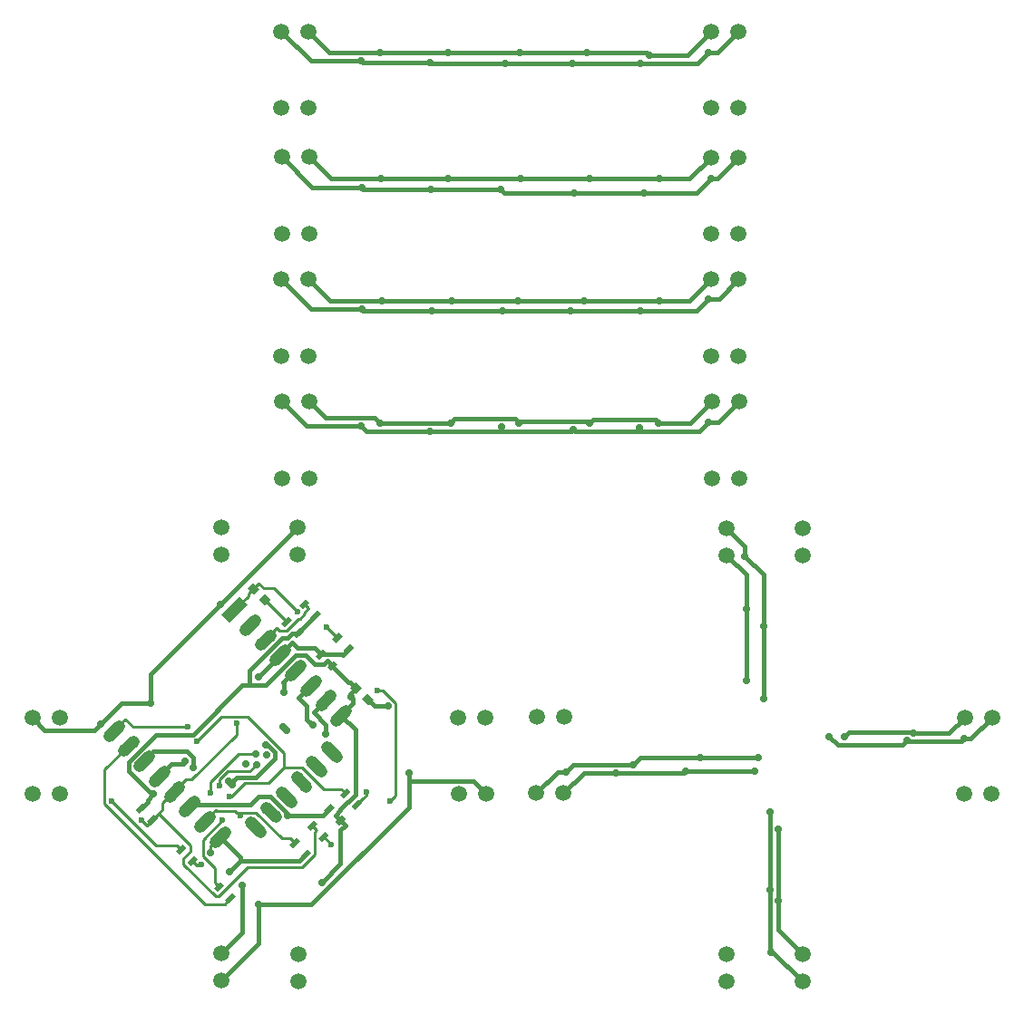
<source format=gbr>
G04 #@! TF.FileFunction,Copper,L2,Bot,Signal*
%FSLAX46Y46*%
G04 Gerber Fmt 4.6, Leading zero omitted, Abs format (unit mm)*
G04 Created by KiCad (PCBNEW 4.1.0-alpha+201605262346+6832~44~ubuntu16.04.1-product) date Sun Jun 12 18:08:28 2016*
%MOMM*%
%LPD*%
G01*
G04 APERTURE LIST*
%ADD10C,0.100000*%
%ADD11C,1.500000*%
%ADD12C,0.700000*%
%ADD13C,0.700000*%
%ADD14C,1.100000*%
%ADD15C,0.600000*%
%ADD16C,0.250000*%
%ADD17C,0.400000*%
G04 APERTURE END LIST*
D10*
D11*
X102100000Y-126820000D03*
X102100000Y-124280000D03*
X109250000Y-126820000D03*
X109250000Y-124280000D03*
X109300000Y-164110000D03*
X109300000Y-166650000D03*
X102100000Y-164080000D03*
X102100000Y-166620000D03*
X87020000Y-149150000D03*
X84480000Y-149150000D03*
X87020000Y-142050000D03*
X84480000Y-142050000D03*
D12*
X107864186Y-142895559D02*
X108217740Y-143249113D01*
X102808373Y-147951373D02*
X103161927Y-148304927D01*
D13*
X104399717Y-146399627D03*
X105342644Y-145456700D03*
X106240669Y-144558675D03*
X105389313Y-146431093D03*
X106326229Y-145529532D03*
D11*
X110320000Y-119700000D03*
X107780000Y-119700000D03*
X110270000Y-108300000D03*
X107730000Y-108300000D03*
X110270000Y-101100000D03*
X107730000Y-101100000D03*
X110320000Y-112500000D03*
X107780000Y-112500000D03*
X110290000Y-96850000D03*
X107750000Y-96850000D03*
X110270000Y-85100000D03*
X107730000Y-85100000D03*
X110270000Y-77950000D03*
X107730000Y-77950000D03*
X110320000Y-89650000D03*
X107780000Y-89650000D03*
X150370000Y-85050000D03*
X147830000Y-85050000D03*
X150370000Y-77950000D03*
X147830000Y-77950000D03*
X150370000Y-96850000D03*
X147830000Y-96850000D03*
X150370000Y-89700000D03*
X147830000Y-89700000D03*
X150370000Y-101100000D03*
X147830000Y-101100000D03*
X150370000Y-108300000D03*
X147830000Y-108300000D03*
X150420000Y-119700000D03*
X147880000Y-119700000D03*
X150420000Y-112500000D03*
X147880000Y-112500000D03*
X124280000Y-149150000D03*
X126820000Y-149150000D03*
X149300000Y-166670000D03*
X149300000Y-164130000D03*
X156400000Y-166720000D03*
X156400000Y-164180000D03*
X124230000Y-142000000D03*
X126770000Y-142000000D03*
X131530000Y-149100000D03*
X134070000Y-149100000D03*
X131550000Y-141950000D03*
X134090000Y-141950000D03*
X174020000Y-149150000D03*
X171480000Y-149150000D03*
X174070000Y-142000000D03*
X171530000Y-142000000D03*
D10*
G36*
X114171662Y-139251992D02*
X114701992Y-138721662D01*
X115267678Y-139287348D01*
X114737348Y-139817678D01*
X114171662Y-139251992D01*
X114171662Y-139251992D01*
G37*
G36*
X115232322Y-140312652D02*
X115762652Y-139782322D01*
X116328338Y-140348008D01*
X115798008Y-140878338D01*
X115232322Y-140312652D01*
X115232322Y-140312652D01*
G37*
G36*
X104571662Y-129951992D02*
X105101992Y-129421662D01*
X105667678Y-129987348D01*
X105137348Y-130517678D01*
X104571662Y-129951992D01*
X104571662Y-129951992D01*
G37*
G36*
X105632322Y-131012652D02*
X106162652Y-130482322D01*
X106728338Y-131048008D01*
X106198008Y-131578338D01*
X105632322Y-131012652D01*
X105632322Y-131012652D01*
G37*
G36*
X99925305Y-155288909D02*
X99288909Y-155925305D01*
X98935355Y-155571751D01*
X99571751Y-154935355D01*
X99925305Y-155288909D01*
X99925305Y-155288909D01*
G37*
G36*
X98864645Y-154228249D02*
X98228249Y-154864645D01*
X97874695Y-154511091D01*
X98511091Y-153874695D01*
X98864645Y-154228249D01*
X98864645Y-154228249D01*
G37*
G36*
X107724695Y-133211091D02*
X108361091Y-132574695D01*
X108714645Y-132928249D01*
X108078249Y-133564645D01*
X107724695Y-133211091D01*
X107724695Y-133211091D01*
G37*
G36*
X108785355Y-134271751D02*
X109421751Y-133635355D01*
X109775305Y-133988909D01*
X109138909Y-134625305D01*
X108785355Y-134271751D01*
X108785355Y-134271751D01*
G37*
G36*
X109374695Y-131561091D02*
X110011091Y-130924695D01*
X110364645Y-131278249D01*
X109728249Y-131914645D01*
X109374695Y-131561091D01*
X109374695Y-131561091D01*
G37*
G36*
X110435355Y-132621751D02*
X111071751Y-131985355D01*
X111425305Y-132338909D01*
X110788909Y-132975305D01*
X110435355Y-132621751D01*
X110435355Y-132621751D01*
G37*
D14*
X112846302Y-145646800D02*
X111927064Y-144727562D01*
X111432088Y-147061014D02*
X110512850Y-146141776D01*
X110017874Y-148475227D02*
X109098636Y-147555989D01*
X108603661Y-149889441D02*
X107684423Y-148970203D01*
X107189447Y-151303654D02*
X106270209Y-150384416D01*
X105775234Y-152717868D02*
X104855996Y-151798630D01*
D10*
G36*
X103823619Y-130698563D02*
X104601437Y-131476381D01*
X102904381Y-133173437D01*
X102126563Y-132395619D01*
X103823619Y-130698563D01*
X103823619Y-130698563D01*
G37*
D14*
X105237833Y-132890595D02*
X104318595Y-133809833D01*
X106652046Y-134304808D02*
X105732808Y-135224046D01*
X108066260Y-135719022D02*
X107147022Y-136638260D01*
X109480473Y-137133235D02*
X108561235Y-138052473D01*
X110894687Y-138547449D02*
X109975449Y-139466687D01*
X112308900Y-139961662D02*
X111389662Y-140880900D01*
X113723114Y-141375876D02*
X112803876Y-142295114D01*
X102409405Y-152689584D02*
X101490167Y-153608822D01*
X100995192Y-151275371D02*
X100075954Y-152194609D01*
X99580978Y-149861157D02*
X98661740Y-150780395D01*
X98166765Y-148446944D02*
X97247527Y-149366182D01*
X96752551Y-147032730D02*
X95833313Y-147951968D01*
X95338338Y-145618517D02*
X94419100Y-146537755D01*
X93924124Y-144204303D02*
X93004886Y-145123541D01*
X92509911Y-142790089D02*
X91590673Y-143709327D01*
D10*
G36*
X112975305Y-137038909D02*
X112338909Y-137675305D01*
X111985355Y-137321751D01*
X112621751Y-136685355D01*
X112975305Y-137038909D01*
X112975305Y-137038909D01*
G37*
G36*
X111914645Y-135978249D02*
X111278249Y-136614645D01*
X110924695Y-136261091D01*
X111561091Y-135624695D01*
X111914645Y-135978249D01*
X111914645Y-135978249D01*
G37*
G36*
X96175305Y-151438909D02*
X95538909Y-152075305D01*
X95185355Y-151721751D01*
X95821751Y-151085355D01*
X96175305Y-151438909D01*
X96175305Y-151438909D01*
G37*
G36*
X95114645Y-150378249D02*
X94478249Y-151014645D01*
X94124695Y-150661091D01*
X94761091Y-150024695D01*
X95114645Y-150378249D01*
X95114645Y-150378249D01*
G37*
G36*
X113204695Y-149241091D02*
X113841091Y-148604695D01*
X114194645Y-148958249D01*
X113558249Y-149594645D01*
X113204695Y-149241091D01*
X113204695Y-149241091D01*
G37*
G36*
X114265355Y-150301751D02*
X114901751Y-149665355D01*
X115255305Y-150018909D01*
X114618909Y-150655305D01*
X114265355Y-150301751D01*
X114265355Y-150301751D01*
G37*
G36*
X108474695Y-153861091D02*
X109111091Y-153224695D01*
X109464645Y-153578249D01*
X108828249Y-154214645D01*
X108474695Y-153861091D01*
X108474695Y-153861091D01*
G37*
G36*
X109535355Y-154921751D02*
X110171751Y-154285355D01*
X110525305Y-154638909D01*
X109888909Y-155275305D01*
X109535355Y-154921751D01*
X109535355Y-154921751D01*
G37*
G36*
X111674695Y-150711091D02*
X112311091Y-150074695D01*
X112664645Y-150428249D01*
X112028249Y-151064645D01*
X111674695Y-150711091D01*
X111674695Y-150711091D01*
G37*
G36*
X112735355Y-151771751D02*
X113371751Y-151135355D01*
X113725305Y-151488909D01*
X113088909Y-152125305D01*
X112735355Y-151771751D01*
X112735355Y-151771751D01*
G37*
G36*
X112474695Y-134711091D02*
X113111091Y-134074695D01*
X113464645Y-134428249D01*
X112828249Y-135064645D01*
X112474695Y-134711091D01*
X112474695Y-134711091D01*
G37*
G36*
X113535355Y-135771751D02*
X114171751Y-135135355D01*
X114525305Y-135488909D01*
X113888909Y-136125305D01*
X113535355Y-135771751D01*
X113535355Y-135771751D01*
G37*
D11*
X156400000Y-124330000D03*
X156400000Y-126870000D03*
X149300000Y-124330000D03*
X149300000Y-126870000D03*
D10*
G36*
X110124695Y-152261091D02*
X110761091Y-151624695D01*
X111114645Y-151978249D01*
X110478249Y-152614645D01*
X110124695Y-152261091D01*
X110124695Y-152261091D01*
G37*
G36*
X111185355Y-153321751D02*
X111821751Y-152685355D01*
X112175305Y-153038909D01*
X111538909Y-153675305D01*
X111185355Y-153321751D01*
X111185355Y-153321751D01*
G37*
G36*
X101404695Y-157991091D02*
X102041091Y-157354695D01*
X102394645Y-157708249D01*
X101758249Y-158344645D01*
X101404695Y-157991091D01*
X101404695Y-157991091D01*
G37*
G36*
X102465355Y-159051751D02*
X103101751Y-158415355D01*
X103455305Y-158768909D01*
X102818909Y-159405305D01*
X102465355Y-159051751D01*
X102465355Y-159051751D01*
G37*
D13*
X101100000Y-154650000D03*
X117650000Y-140980000D03*
X102845000Y-156400000D03*
X104093800Y-157706700D03*
D15*
X109209800Y-132155100D03*
X111941600Y-133541600D03*
X117877100Y-149822600D03*
X116676700Y-139492500D03*
D13*
X105573800Y-159499600D03*
X90859600Y-142621600D03*
X95537200Y-140690000D03*
X102029700Y-131500300D03*
X119642500Y-147200000D03*
X114245000Y-140106900D03*
X111511200Y-157431000D03*
X95774100Y-149193400D03*
X105584900Y-138200300D03*
D15*
X94621100Y-151617500D03*
X103547400Y-142555700D03*
D13*
X108321500Y-151161500D03*
D15*
X103924500Y-151204600D03*
X101980600Y-148425600D03*
X101098300Y-149056900D03*
X99007000Y-142911500D03*
D13*
X107951800Y-139652500D03*
X110637200Y-142745100D03*
X111849300Y-143577800D03*
X98766400Y-146113500D03*
X99516700Y-146661800D03*
X129994800Y-79900000D03*
X142084700Y-80163800D03*
X116930200Y-79900000D03*
X123255700Y-79900000D03*
X136235100Y-79900000D03*
X121612800Y-80846700D03*
X134846300Y-80872700D03*
X141235300Y-80914100D03*
X128596300Y-80872700D03*
X147605000Y-79900000D03*
X115179400Y-80687700D03*
X117039700Y-91700000D03*
X123287100Y-91700000D03*
X136497100Y-91700000D03*
X130021000Y-91700000D03*
X142993000Y-91700000D03*
X121659300Y-92643200D03*
X128160200Y-92644100D03*
X141606900Y-93050000D03*
X135086500Y-93050000D03*
X147858500Y-91628900D03*
X115204400Y-92487700D03*
X143005500Y-103100000D03*
X123588400Y-103100000D03*
X117054600Y-103100000D03*
X129830000Y-103100000D03*
X135956700Y-103100000D03*
X121727300Y-103994100D03*
X147600700Y-102908400D03*
X134691500Y-104009000D03*
X128342600Y-104009000D03*
X141205400Y-104009000D03*
X115229400Y-103887700D03*
X142958700Y-114500000D03*
X136486600Y-114500000D03*
X123496400Y-114500000D03*
X129916200Y-114500000D03*
X116925500Y-114500000D03*
X128245800Y-114879500D03*
X134934900Y-115093500D03*
X147556800Y-114453000D03*
X115179400Y-114796300D03*
X121625600Y-115301600D03*
X141116000Y-114977800D03*
X145487200Y-147039100D03*
X151901900Y-147039100D03*
X138942400Y-147200000D03*
X134290700Y-147085100D03*
X146816100Y-145752000D03*
X152195700Y-145760800D03*
X140527800Y-146421800D03*
X151102000Y-131863200D03*
X151102000Y-138571800D03*
X150996100Y-126998400D03*
X152702000Y-133524500D03*
X152702000Y-140284400D03*
X166726200Y-143498200D03*
X160243300Y-143848000D03*
X166119200Y-144181600D03*
X171428400Y-144026700D03*
X158846700Y-143802000D03*
X154087100Y-159179400D03*
X154132500Y-152494500D03*
X153295600Y-158095000D03*
X153402300Y-164000300D03*
X153295600Y-150874400D03*
D15*
X102877500Y-149428700D03*
X99816000Y-144238400D03*
X91873300Y-149857100D03*
X100219700Y-155728200D03*
X115615900Y-149000200D03*
X112344100Y-153879500D03*
X102213900Y-151616200D03*
D16*
X101100000Y-153999000D02*
X101949800Y-153149200D01*
X101100000Y-154650000D02*
X101100000Y-153999000D01*
X101949800Y-153149200D02*
X101949900Y-153149100D01*
X101949900Y-153149100D02*
X101950000Y-153149000D01*
D17*
X110030300Y-154780300D02*
X109429100Y-155381500D01*
X116430000Y-140980000D02*
X115780300Y-140330300D01*
X117650000Y-140980000D02*
X116430000Y-140980000D01*
X103863500Y-155062700D02*
X103863500Y-155381500D01*
X101949900Y-153149100D02*
X103863500Y-155062700D01*
X109429000Y-155381500D02*
X103863500Y-155381500D01*
X109429100Y-155381500D02*
X109429000Y-155381500D01*
X103863500Y-155381500D02*
X102845000Y-156400000D01*
X104093800Y-162086200D02*
X104093800Y-157706700D01*
X102100000Y-164080000D02*
X104093800Y-162086200D01*
X103512800Y-147600400D02*
X102985100Y-148128100D01*
X105323100Y-147600400D02*
X103512800Y-147600400D01*
X107108500Y-145815000D02*
X105323100Y-147600400D01*
X107108500Y-145232100D02*
X107108500Y-145815000D01*
X106435100Y-144558700D02*
X107108500Y-145232100D01*
X106240700Y-144558700D02*
X106435100Y-144558700D01*
D16*
X105035700Y-130053700D02*
X104624500Y-130464900D01*
X104442500Y-130857400D02*
X104442500Y-130857500D01*
X104624500Y-130675400D02*
X104442500Y-130857400D01*
X104624500Y-130465000D02*
X104624500Y-130675400D01*
X104624500Y-130464900D02*
X104624500Y-130465000D01*
X105035700Y-130053700D02*
X105119700Y-129969700D01*
X103903300Y-131396700D02*
X104442500Y-130857500D01*
X103903300Y-131396700D02*
X103364000Y-131936000D01*
X106110200Y-129969700D02*
X105615000Y-129474400D01*
X107024400Y-129969700D02*
X106110200Y-129969700D01*
X109209800Y-132155100D02*
X107024400Y-129969700D01*
X105119700Y-129969700D02*
X105615000Y-129474400D01*
X112969700Y-134569700D02*
X111941600Y-133541600D01*
X117175300Y-139492500D02*
X116676700Y-139492500D01*
X118368600Y-140685800D02*
X117175300Y-139492500D01*
X118368600Y-149331100D02*
X118368600Y-140685800D01*
X117877100Y-149822600D02*
X118368600Y-149331100D01*
D17*
X105573800Y-163146200D02*
X102100000Y-166620000D01*
X105573800Y-159499600D02*
X105573800Y-163146200D01*
X90277500Y-143203700D02*
X90859600Y-142621600D01*
X85633700Y-143203700D02*
X90277500Y-143203700D01*
X84480000Y-142050000D02*
X85633700Y-143203700D01*
X92791200Y-140690000D02*
X95537200Y-140690000D01*
X90859600Y-142621600D02*
X92791200Y-140690000D01*
X95537200Y-137992800D02*
X102029700Y-131500300D01*
X95537200Y-140690000D02*
X95537200Y-137992800D01*
X109250000Y-124280000D02*
X102029700Y-131500300D01*
X119642500Y-150386000D02*
X119642500Y-147966900D01*
X110528900Y-159499600D02*
X119642500Y-150386000D01*
X105573800Y-159499600D02*
X110528900Y-159499600D01*
X125636900Y-147966900D02*
X126820000Y-149150000D01*
X119642500Y-147966900D02*
X125636900Y-147966900D01*
X119642500Y-147966900D02*
X119642500Y-147200000D01*
X113263500Y-141835500D02*
X114395200Y-140703800D01*
X109881600Y-133529000D02*
X110930300Y-132480300D01*
X113000400Y-151400400D02*
X112770600Y-151170500D01*
X109280300Y-134130300D02*
X109881600Y-133529000D01*
X113230300Y-150710800D02*
X112770600Y-151170500D01*
X113230300Y-150629700D02*
X113230300Y-150710800D01*
X114608300Y-149251700D02*
X113230300Y-150629700D01*
X114608300Y-143180300D02*
X114608300Y-149251700D01*
X113263500Y-141835500D02*
X114608300Y-143180300D01*
X114719700Y-139269700D02*
X114153800Y-138703800D01*
X114003800Y-138703800D02*
X114153800Y-138703800D01*
X112480300Y-137180300D02*
X114003800Y-138703800D01*
X114719700Y-139269700D02*
X114171400Y-139818000D01*
X114245000Y-140108600D02*
X114245000Y-140106900D01*
X114385400Y-140249000D02*
X114245000Y-140108600D01*
X114385400Y-140694100D02*
X114385400Y-140249000D01*
X114395200Y-140703800D02*
X114385400Y-140694100D01*
X114245000Y-139891700D02*
X114171400Y-139818000D01*
X114245000Y-140106900D02*
X114245000Y-139891700D01*
X113000400Y-151400400D02*
X113230300Y-151630300D01*
X113230300Y-155711900D02*
X111511200Y-157431000D01*
X113230300Y-152550000D02*
X113230300Y-155711900D01*
X113690200Y-152090100D02*
X113230300Y-152550000D01*
X113230300Y-151630300D02*
X113690200Y-152090100D01*
X112480300Y-137180300D02*
X112020600Y-136720500D01*
X94619700Y-150519700D02*
X95221000Y-149918400D01*
X104753400Y-137617600D02*
X104753400Y-138978800D01*
X107797200Y-134573800D02*
X104753400Y-137617600D01*
X108277200Y-134573800D02*
X107797200Y-134573800D01*
X108720700Y-134130300D02*
X108277200Y-134573800D01*
X109280300Y-134130300D02*
X108720700Y-134130300D01*
X111694000Y-137047100D02*
X112020600Y-136720500D01*
X110854600Y-137047100D02*
X111694000Y-137047100D01*
X109973700Y-136166200D02*
X110854600Y-137047100D01*
X109033200Y-136166200D02*
X109973700Y-136166200D01*
X106220600Y-138978800D02*
X109033200Y-136166200D01*
X104753400Y-138978800D02*
X106220600Y-138978800D01*
X95774100Y-149193400D02*
X95708200Y-149259300D01*
X95220900Y-149918400D02*
X95221000Y-149918400D01*
X95220900Y-149746600D02*
X95220900Y-149918400D01*
X95708200Y-149259300D02*
X95220900Y-149746600D01*
X93464200Y-147015300D02*
X95708200Y-149259300D01*
X93464200Y-146148700D02*
X93464200Y-147015300D01*
X96001100Y-143611800D02*
X93464200Y-146148700D01*
X99452300Y-143611800D02*
X96001100Y-143611800D01*
X104085300Y-138978800D02*
X99452300Y-143611800D01*
X104753400Y-138978800D02*
X104085300Y-138978800D01*
X114030300Y-135630300D02*
X113429100Y-136231500D01*
X113317200Y-136119700D02*
X113429100Y-136231500D01*
X111419700Y-136119700D02*
X113317200Y-136119700D01*
X105584900Y-138200300D02*
X107606600Y-136178600D01*
X110846800Y-135546800D02*
X111419700Y-136119700D01*
X109238100Y-135546800D02*
X110846800Y-135546800D01*
X108738300Y-135046900D02*
X109238100Y-135546800D01*
X107606600Y-136178600D02*
X108738300Y-135046900D01*
D16*
X95680300Y-151580300D02*
X96228500Y-151032100D01*
X95680300Y-151580300D02*
X95132100Y-152128500D01*
X110619700Y-152119700D02*
X111026400Y-152526400D01*
X95132100Y-152128500D02*
X94621100Y-151617500D01*
X97707100Y-148906600D02*
X98785800Y-147827900D01*
X110860000Y-152692800D02*
X111026400Y-152526400D01*
X110860000Y-154794100D02*
X110860000Y-152692800D01*
X109634500Y-156019600D02*
X110860000Y-154794100D01*
X104546100Y-156019600D02*
X109634500Y-156019600D01*
X101877300Y-158688400D02*
X104546100Y-156019600D01*
X101564700Y-158688400D02*
X101877300Y-158688400D01*
X98595600Y-155719300D02*
X101564700Y-158688400D01*
X98595600Y-155204400D02*
X98595600Y-155719300D01*
X99212100Y-154587900D02*
X98595600Y-155204400D01*
X99212100Y-154015700D02*
X99212100Y-154587900D01*
X96228500Y-151032100D02*
X99212100Y-154015700D01*
X97707100Y-148906600D02*
X96628600Y-149985100D01*
X96628600Y-150632000D02*
X96628600Y-149985100D01*
X96228500Y-151032100D02*
X96628600Y-150632000D01*
X103547300Y-142555700D02*
X103547400Y-142555700D01*
X103547300Y-143608900D02*
X103547300Y-142555700D01*
X99328300Y-147827900D02*
X103547300Y-143608900D01*
X98785800Y-147827900D02*
X99328300Y-147827900D01*
D17*
X112169700Y-150569700D02*
X111568500Y-151170900D01*
X108321500Y-151021500D02*
X108321500Y-151161500D01*
X106695700Y-149395700D02*
X108321500Y-151021500D01*
X105554700Y-149395700D02*
X106695700Y-149395700D01*
X104821200Y-150129200D02*
X105554700Y-149395700D01*
X99313000Y-150129200D02*
X104821200Y-150129200D01*
X99121400Y-150320800D02*
X99313000Y-150129200D01*
X111559000Y-151161500D02*
X111568500Y-151170900D01*
X108321500Y-151161500D02*
X111559000Y-151161500D01*
D16*
X100535600Y-151735000D02*
X101614300Y-150656300D01*
X108969700Y-153719700D02*
X108562900Y-153312900D01*
X103924500Y-150893200D02*
X103924500Y-151204600D01*
X105364800Y-150893200D02*
X103924500Y-150893200D01*
X107784500Y-153312900D02*
X105364800Y-150893200D01*
X108562900Y-153312900D02*
X107784500Y-153312900D01*
X101692600Y-150734700D02*
X101614300Y-150656300D01*
X103354900Y-150734700D02*
X101692600Y-150734700D01*
X103513400Y-150893200D02*
X103354900Y-150734700D01*
X103924500Y-150893200D02*
X103513400Y-150893200D01*
X106192400Y-134764400D02*
X107271100Y-133685700D01*
X109869700Y-131419700D02*
X110276400Y-131826400D01*
X107506500Y-133921200D02*
X107271100Y-133685700D01*
X108186800Y-133921200D02*
X107506500Y-133921200D01*
X109327600Y-132780400D02*
X108186800Y-133921200D01*
X109468900Y-132780400D02*
X109327600Y-132780400D01*
X109835100Y-132414200D02*
X109468900Y-132780400D01*
X109835100Y-132272900D02*
X109835100Y-132414200D01*
X109869700Y-132238300D02*
X109835100Y-132272900D01*
X109869700Y-132233100D02*
X109869700Y-132238300D01*
X110276400Y-131826400D02*
X109869700Y-132233100D01*
X104745400Y-147075000D02*
X105389300Y-146431100D01*
X102721200Y-147075000D02*
X104745400Y-147075000D01*
X101980600Y-147815600D02*
X102721200Y-147075000D01*
X101980600Y-148425600D02*
X101980600Y-147815600D01*
X103694100Y-145456700D02*
X105342600Y-145456700D01*
X101098300Y-148052500D02*
X103694100Y-145456700D01*
X101098300Y-149056900D02*
X101098300Y-148052500D01*
X100567800Y-159458500D02*
X102412100Y-159458500D01*
X91222300Y-150113000D02*
X100567800Y-159458500D01*
X91222300Y-146906100D02*
X91222300Y-150113000D01*
X93464500Y-144663900D02*
X91222300Y-146906100D01*
X102960300Y-158910300D02*
X102412100Y-159458500D01*
X93869100Y-142911500D02*
X93128800Y-142171200D01*
X99007000Y-142911500D02*
X93869100Y-142911500D01*
X92050300Y-143249700D02*
X93128800Y-142171200D01*
X108219700Y-133069700D02*
X106180300Y-131030300D01*
D17*
X107951800Y-138787000D02*
X107951800Y-139652500D01*
X107889300Y-138724500D02*
X107951800Y-138787000D01*
X109020900Y-137592900D02*
X107889300Y-138724500D01*
X110068400Y-142176300D02*
X110637200Y-142745100D01*
X110068400Y-140903700D02*
X110068400Y-142176300D01*
X109303500Y-140138700D02*
X110068400Y-140903700D01*
X110435100Y-139007100D02*
X109303500Y-140138700D01*
X111849300Y-142684600D02*
X111849300Y-143577800D01*
X110717700Y-141552900D02*
X111849300Y-142684600D01*
X111849300Y-140421300D02*
X110717700Y-141552900D01*
X98519200Y-146360700D02*
X98766400Y-146113500D01*
X97424600Y-146360700D02*
X98519200Y-146360700D01*
X97424600Y-146360600D02*
X97424600Y-146360700D01*
X96292900Y-147492300D02*
X97424600Y-146360600D01*
X99516700Y-146661800D02*
X99516700Y-145802700D01*
X99516700Y-145802700D02*
X98872899Y-145158899D01*
X98872899Y-145158899D02*
X95797956Y-145158899D01*
X95797956Y-145158899D02*
X94878719Y-146078136D01*
X112220000Y-79900000D02*
X110270000Y-77950000D01*
X116930200Y-79900000D02*
X112220000Y-79900000D01*
X129994800Y-79900000D02*
X123255700Y-79900000D01*
X123255700Y-79900000D02*
X116930200Y-79900000D01*
X145616200Y-80163800D02*
X147830000Y-77950000D01*
X142084700Y-80163800D02*
X145616200Y-80163800D01*
X141820900Y-79900000D02*
X136235100Y-79900000D01*
X142084700Y-80163800D02*
X141820900Y-79900000D01*
X136235100Y-79900000D02*
X129994800Y-79900000D01*
X128596300Y-80872700D02*
X134846300Y-80872700D01*
X146590900Y-80914100D02*
X147605000Y-79900000D01*
X141235300Y-80914100D02*
X146590900Y-80914100D01*
X148420000Y-79900000D02*
X147605000Y-79900000D01*
X150370000Y-77950000D02*
X148420000Y-79900000D01*
X134887700Y-80914100D02*
X141235300Y-80914100D01*
X134846300Y-80872700D02*
X134887700Y-80914100D01*
X121638800Y-80872700D02*
X121612800Y-80846700D01*
X128596300Y-80872700D02*
X121638800Y-80872700D01*
X115338400Y-80846700D02*
X115179400Y-80687700D01*
X121612800Y-80846700D02*
X115338400Y-80846700D01*
X110467700Y-80687700D02*
X107730000Y-77950000D01*
X115179400Y-80687700D02*
X110467700Y-80687700D01*
X112370000Y-91700000D02*
X110320000Y-89650000D01*
X117039700Y-91700000D02*
X112370000Y-91700000D01*
X123287100Y-91700000D02*
X117039700Y-91700000D01*
X130021000Y-91700000D02*
X123287100Y-91700000D01*
X130021000Y-91700000D02*
X136497100Y-91700000D01*
X136497100Y-91700000D02*
X142993000Y-91700000D01*
X145830000Y-91700000D02*
X147830000Y-89700000D01*
X142993000Y-91700000D02*
X145830000Y-91700000D01*
X141606900Y-93050000D02*
X135086500Y-93050000D01*
X128566100Y-93050000D02*
X128160200Y-92644100D01*
X135086500Y-93050000D02*
X128566100Y-93050000D01*
X148441100Y-91628900D02*
X147858500Y-91628900D01*
X150370000Y-89700000D02*
X148441100Y-91628900D01*
X146437400Y-93050000D02*
X141606900Y-93050000D01*
X147858500Y-91628900D02*
X146437400Y-93050000D01*
X128159300Y-92643200D02*
X121659300Y-92643200D01*
X128160200Y-92644100D02*
X128159300Y-92643200D01*
X115359900Y-92643200D02*
X115204400Y-92487700D01*
X121659300Y-92643200D02*
X115359900Y-92643200D01*
X110617700Y-92487700D02*
X107780000Y-89650000D01*
X115204400Y-92487700D02*
X110617700Y-92487700D01*
X123588400Y-103100000D02*
X117054600Y-103100000D01*
X112270000Y-103100000D02*
X110270000Y-101100000D01*
X117054600Y-103100000D02*
X112270000Y-103100000D01*
X123588400Y-103100000D02*
X129830000Y-103100000D01*
X145830000Y-103100000D02*
X143005500Y-103100000D01*
X147830000Y-101100000D02*
X145830000Y-103100000D01*
X143005500Y-103100000D02*
X135956700Y-103100000D01*
X135956700Y-103100000D02*
X129830000Y-103100000D01*
X128342600Y-104009000D02*
X134691500Y-104009000D01*
X148561600Y-102908400D02*
X147600700Y-102908400D01*
X150370000Y-101100000D02*
X148561600Y-102908400D01*
X134691500Y-104009000D02*
X141205400Y-104009000D01*
X146500100Y-104009000D02*
X147600700Y-102908400D01*
X141205400Y-104009000D02*
X146500100Y-104009000D01*
X128327700Y-103994100D02*
X121727300Y-103994100D01*
X128342600Y-104009000D02*
X128327700Y-103994100D01*
X115335800Y-103994100D02*
X115229400Y-103887700D01*
X121727300Y-103994100D02*
X115335800Y-103994100D01*
X110517700Y-103887700D02*
X107730000Y-101100000D01*
X115229400Y-103887700D02*
X110517700Y-103887700D01*
X145880000Y-114500000D02*
X142958700Y-114500000D01*
X147880000Y-112500000D02*
X145880000Y-114500000D01*
X130087600Y-114328600D02*
X129916200Y-114500000D01*
X136315200Y-114328600D02*
X130087600Y-114328600D01*
X136486600Y-114500000D02*
X136315200Y-114328600D01*
X136808000Y-114178600D02*
X136486600Y-114500000D01*
X142637300Y-114178600D02*
X136808000Y-114178600D01*
X142958700Y-114500000D02*
X142637300Y-114178600D01*
X123867300Y-114129100D02*
X123496400Y-114500000D01*
X129545300Y-114129100D02*
X123867300Y-114129100D01*
X129916200Y-114500000D02*
X129545300Y-114129100D01*
X111843200Y-114023200D02*
X110320000Y-112500000D01*
X116448700Y-114023200D02*
X111843200Y-114023200D01*
X116925500Y-114500000D02*
X116448700Y-114023200D01*
X123496400Y-114500000D02*
X116925500Y-114500000D01*
X110076300Y-114796300D02*
X115179400Y-114796300D01*
X107780000Y-112500000D02*
X110076300Y-114796300D01*
X128245800Y-114879500D02*
X128245800Y-115250200D01*
X134778000Y-115250400D02*
X134934900Y-115093500D01*
X128246000Y-115250400D02*
X134778000Y-115250400D01*
X128245800Y-115250200D02*
X128246000Y-115250400D01*
X115684700Y-115301600D02*
X121625600Y-115301600D01*
X115179400Y-114796300D02*
X115684700Y-115301600D01*
X128194400Y-115301600D02*
X128245800Y-115250200D01*
X121625600Y-115301600D02*
X128194400Y-115301600D01*
X148467000Y-114453000D02*
X147556800Y-114453000D01*
X150420000Y-112500000D02*
X148467000Y-114453000D01*
X146759400Y-115250400D02*
X147556800Y-114453000D01*
X141116000Y-115250400D02*
X146759400Y-115250400D01*
X135091800Y-115250400D02*
X141116000Y-115250400D01*
X134934900Y-115093500D02*
X135091800Y-115250400D01*
X141116000Y-115250400D02*
X141116000Y-114977800D01*
X145487200Y-147039100D02*
X151901900Y-147039100D01*
X135970000Y-147200000D02*
X138942400Y-147200000D01*
X134070000Y-149100000D02*
X135970000Y-147200000D01*
X145326300Y-147200000D02*
X145487200Y-147039100D01*
X138942400Y-147200000D02*
X145326300Y-147200000D01*
X146824900Y-145760800D02*
X146816100Y-145752000D01*
X152195700Y-145760800D02*
X146824900Y-145760800D01*
X133544900Y-147085100D02*
X131530000Y-149100000D01*
X134290700Y-147085100D02*
X133544900Y-147085100D01*
X141197600Y-145752000D02*
X140527800Y-146421800D01*
X146816100Y-145752000D02*
X141197600Y-145752000D01*
X134954000Y-146421800D02*
X140527800Y-146421800D01*
X134290700Y-147085100D02*
X134954000Y-146421800D01*
X151102000Y-128672000D02*
X151102000Y-131863200D01*
X149300000Y-126870000D02*
X151102000Y-128672000D01*
X151102000Y-131863200D02*
X151102000Y-138571800D01*
X150996100Y-126026100D02*
X150996100Y-126998400D01*
X149300000Y-124330000D02*
X150996100Y-126026100D01*
X152702000Y-128704300D02*
X152702000Y-133524500D01*
X150996100Y-126998400D02*
X152702000Y-128704300D01*
X152702000Y-133524500D02*
X152702000Y-140284400D01*
X170031800Y-143498200D02*
X166726200Y-143498200D01*
X171530000Y-142000000D02*
X170031800Y-143498200D01*
X160660000Y-143431300D02*
X160243300Y-143848000D01*
X166659300Y-143431300D02*
X160660000Y-143431300D01*
X166726200Y-143498200D02*
X166659300Y-143431300D01*
X172043300Y-144026700D02*
X174070000Y-142000000D01*
X171428400Y-144026700D02*
X172043300Y-144026700D01*
X159647000Y-144602300D02*
X158846700Y-143802000D01*
X165698500Y-144602300D02*
X159647000Y-144602300D01*
X166119200Y-144181600D02*
X165698500Y-144602300D01*
X171190400Y-144264700D02*
X171428400Y-144026700D01*
X166202300Y-144264700D02*
X171190400Y-144264700D01*
X166119200Y-144181600D02*
X166202300Y-144264700D01*
X154087100Y-161867100D02*
X154087100Y-159179400D01*
X156400000Y-164180000D02*
X154087100Y-161867100D01*
X154087100Y-152539900D02*
X154132500Y-152494500D01*
X154087100Y-159179400D02*
X154087100Y-152539900D01*
X156400000Y-166720000D02*
X153541300Y-163861300D01*
X153541300Y-163861300D02*
X153402300Y-164000300D01*
X153295600Y-163615600D02*
X153295600Y-158095000D01*
X153541300Y-163861300D02*
X153295600Y-163615600D01*
X153295600Y-158095000D02*
X153295600Y-150874400D01*
D16*
X113699700Y-149099700D02*
X113292900Y-148692900D01*
X102124100Y-141930300D02*
X99816000Y-144238400D01*
X104568100Y-141930300D02*
X102124100Y-141930300D01*
X107974900Y-145337100D02*
X104568100Y-141930300D01*
X107974900Y-146663200D02*
X107974900Y-145337100D01*
X109620100Y-146663200D02*
X107974900Y-146663200D01*
X111649800Y-148692900D02*
X109620100Y-146663200D01*
X113292900Y-148692900D02*
X111649800Y-148692900D01*
X103021000Y-149428700D02*
X102877500Y-149428700D01*
X104289900Y-148159800D02*
X103021000Y-149428700D01*
X106478300Y-148159800D02*
X104289900Y-148159800D01*
X107974900Y-146663200D02*
X106478300Y-148159800D01*
X98369700Y-154369700D02*
X97962900Y-153962900D01*
X95979100Y-153962900D02*
X97962900Y-153962900D01*
X91873300Y-149857100D02*
X95979100Y-153962900D01*
X99430300Y-155430300D02*
X99837100Y-155837100D01*
X99946000Y-155728200D02*
X99837100Y-155837100D01*
X100219700Y-155728200D02*
X99946000Y-155728200D01*
X114760300Y-150160300D02*
X115308500Y-149612100D01*
X115615900Y-149304700D02*
X115615900Y-149000200D01*
X115308500Y-149612100D02*
X115615900Y-149304700D01*
X111680300Y-153180300D02*
X112087100Y-153587100D01*
X112087100Y-153622500D02*
X112344100Y-153879500D01*
X112087100Y-153587100D02*
X112087100Y-153622500D01*
X101899700Y-157849700D02*
X101492900Y-157442900D01*
X101492900Y-156057500D02*
X101492900Y-157442900D01*
X100396300Y-154960900D02*
X101492900Y-156057500D01*
X100396300Y-153433800D02*
X100396300Y-154960900D01*
X102213900Y-151616200D02*
X100396300Y-153433800D01*
M02*

</source>
